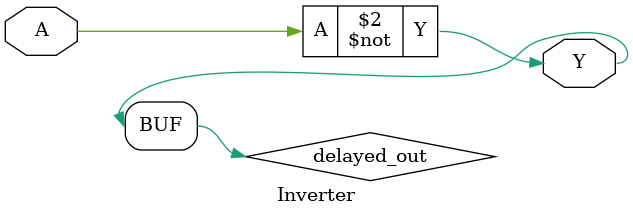
<source format=v>
`timescale 1ns / 1ps


module Inverter(
    input A,
    output Y
    );
    
//integer rand_num;
//reg [3:0] result; // Stores 1-10 (4 bits)
reg delayed_out;   // For implementing the delay

//initial begin
//    rand_num = $random; // Get signed 32-bit random value
//    rand_num = rand_num % 10; // Modulo 10 (-9 to 9)

//    // Adjust negative results
//    if (rand_num < 0) begin
//        rand_num = rand_num + 10; // Converts -9?1, -4?6, etc.
//    end

//    result = rand_num + 1; // Shift range to 1-10
//    $display("Random delay selected: %0d ns", result);
//end


//always @(A) begin
//    delayed_out <= #(result) ~A;
//end

always @(A) begin
    delayed_out <= ~A;
end

assign Y = delayed_out;

endmodule

</source>
